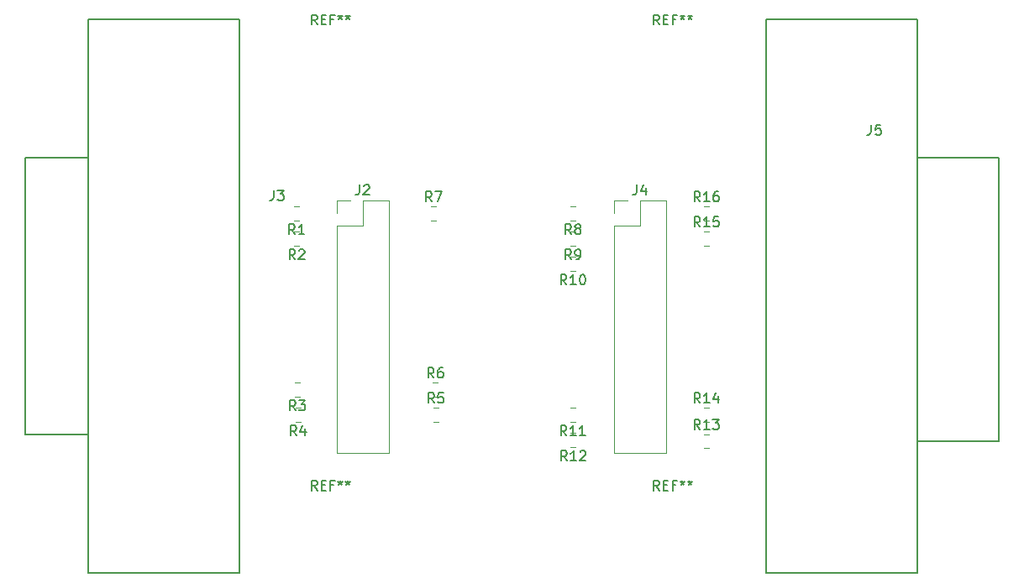
<source format=gbr>
G04 #@! TF.GenerationSoftware,KiCad,Pcbnew,5.0.2+dfsg1-1~bpo9+1*
G04 #@! TF.CreationDate,2019-10-18T00:12:00+01:00*
G04 #@! TF.ProjectId,Sigrok-sniffer,53696772-6f6b-42d7-936e-69666665722e,rev?*
G04 #@! TF.SameCoordinates,Original*
G04 #@! TF.FileFunction,Legend,Top*
G04 #@! TF.FilePolarity,Positive*
%FSLAX46Y46*%
G04 Gerber Fmt 4.6, Leading zero omitted, Abs format (unit mm)*
G04 Created by KiCad (PCBNEW 5.0.2+dfsg1-1~bpo9+1) date Fri 18 Oct 2019 00:12:00 BST*
%MOMM*%
%LPD*%
G01*
G04 APERTURE LIST*
%ADD10C,0.150000*%
%ADD11C,0.120000*%
G04 APERTURE END LIST*
D10*
G04 #@! TO.C,J5*
X174117000Y-58331100D02*
X174117000Y-103212900D01*
X189357000Y-58331100D02*
X189357000Y-103212900D01*
X189357000Y-58547000D02*
X189357000Y-52832000D01*
X189357000Y-52832000D02*
X174117000Y-52832000D01*
X174117000Y-52832000D02*
X174117000Y-58547000D01*
X174117000Y-102997000D02*
X174117000Y-108712000D01*
X174117000Y-108712000D02*
X189357000Y-108712000D01*
X189357000Y-108712000D02*
X189357000Y-102997000D01*
X189357000Y-66802000D02*
X197612000Y-66802000D01*
X197612000Y-66802000D02*
X197612000Y-95377000D01*
X197612000Y-95377000D02*
X189357000Y-95377000D01*
D11*
G04 #@! TO.C,J2*
X130877000Y-96580000D02*
X136077000Y-96580000D01*
X130877000Y-73660000D02*
X130877000Y-96580000D01*
X136077000Y-71060000D02*
X136077000Y-96580000D01*
X130877000Y-73660000D02*
X133477000Y-73660000D01*
X133477000Y-73660000D02*
X133477000Y-71060000D01*
X133477000Y-71060000D02*
X136077000Y-71060000D01*
X130877000Y-72390000D02*
X130877000Y-71060000D01*
X130877000Y-71060000D02*
X132207000Y-71060000D01*
G04 #@! TO.C,J4*
X158817000Y-71060000D02*
X160147000Y-71060000D01*
X158817000Y-72390000D02*
X158817000Y-71060000D01*
X161417000Y-71060000D02*
X164017000Y-71060000D01*
X161417000Y-73660000D02*
X161417000Y-71060000D01*
X158817000Y-73660000D02*
X161417000Y-73660000D01*
X164017000Y-71060000D02*
X164017000Y-96580000D01*
X158817000Y-73660000D02*
X158817000Y-96580000D01*
X158817000Y-96580000D02*
X164017000Y-96580000D01*
G04 #@! TO.C,R1*
X127053078Y-71680000D02*
X126535922Y-71680000D01*
X127053078Y-73100000D02*
X126535922Y-73100000D01*
G04 #@! TO.C,R2*
X127083078Y-75640000D02*
X126565922Y-75640000D01*
X127083078Y-74220000D02*
X126565922Y-74220000D01*
G04 #@! TO.C,R3*
X127131578Y-90880000D02*
X126614422Y-90880000D01*
X127131578Y-89460000D02*
X126614422Y-89460000D01*
G04 #@! TO.C,R4*
X127210078Y-92000000D02*
X126692922Y-92000000D01*
X127210078Y-93420000D02*
X126692922Y-93420000D01*
G04 #@! TO.C,R5*
X140584422Y-92000000D02*
X141101578Y-92000000D01*
X140584422Y-93420000D02*
X141101578Y-93420000D01*
G04 #@! TO.C,R6*
X140535922Y-90880000D02*
X141053078Y-90880000D01*
X140535922Y-89460000D02*
X141053078Y-89460000D01*
G04 #@! TO.C,R7*
X140330422Y-71680000D02*
X140847578Y-71680000D01*
X140330422Y-73100000D02*
X140847578Y-73100000D01*
G04 #@! TO.C,R8*
X154896078Y-71680000D02*
X154378922Y-71680000D01*
X154896078Y-73100000D02*
X154378922Y-73100000D01*
G04 #@! TO.C,R9*
X154896078Y-75640000D02*
X154378922Y-75640000D01*
X154896078Y-74220000D02*
X154378922Y-74220000D01*
G04 #@! TO.C,R10*
X154896078Y-76760000D02*
X154378922Y-76760000D01*
X154896078Y-78180000D02*
X154378922Y-78180000D01*
G04 #@! TO.C,R11*
X154896078Y-93420000D02*
X154378922Y-93420000D01*
X154896078Y-92000000D02*
X154378922Y-92000000D01*
G04 #@! TO.C,R12*
X154944578Y-94540000D02*
X154427422Y-94540000D01*
X154944578Y-95960000D02*
X154427422Y-95960000D01*
G04 #@! TO.C,R13*
X167840922Y-94667000D02*
X168358078Y-94667000D01*
X167840922Y-96087000D02*
X168358078Y-96087000D01*
G04 #@! TO.C,R14*
X167840922Y-93420000D02*
X168358078Y-93420000D01*
X167840922Y-92000000D02*
X168358078Y-92000000D01*
G04 #@! TO.C,R15*
X167840922Y-74220000D02*
X168358078Y-74220000D01*
X167840922Y-75640000D02*
X168358078Y-75640000D01*
G04 #@! TO.C,R16*
X167840922Y-73100000D02*
X168358078Y-73100000D01*
X167840922Y-71680000D02*
X168358078Y-71680000D01*
D10*
G04 #@! TO.C,J3*
X121031000Y-58331100D02*
X121031000Y-103212900D01*
X105791000Y-58331100D02*
X105791000Y-103212900D01*
X105791000Y-66802000D02*
X100711000Y-66802000D01*
X100711000Y-94742000D02*
X105791000Y-94742000D01*
X100711000Y-66802000D02*
X99441000Y-66802000D01*
X99441000Y-66802000D02*
X99441000Y-94742000D01*
X99441000Y-94742000D02*
X100711000Y-94742000D01*
X121031000Y-58547000D02*
X121031000Y-52832000D01*
X121031000Y-52832000D02*
X105791000Y-52832000D01*
X105791000Y-52832000D02*
X105791000Y-58547000D01*
X105791000Y-102997000D02*
X105791000Y-108077000D01*
X105791000Y-108077000D02*
X105791000Y-108712000D01*
X105791000Y-108712000D02*
X121031000Y-108712000D01*
X121031000Y-108712000D02*
X121031000Y-102997000D01*
G04 #@! TO.C,J5*
X184705666Y-63460380D02*
X184705666Y-64174666D01*
X184658047Y-64317523D01*
X184562809Y-64412761D01*
X184419952Y-64460380D01*
X184324714Y-64460380D01*
X185658047Y-63460380D02*
X185181857Y-63460380D01*
X185134238Y-63936571D01*
X185181857Y-63888952D01*
X185277095Y-63841333D01*
X185515190Y-63841333D01*
X185610428Y-63888952D01*
X185658047Y-63936571D01*
X185705666Y-64031809D01*
X185705666Y-64269904D01*
X185658047Y-64365142D01*
X185610428Y-64412761D01*
X185515190Y-64460380D01*
X185277095Y-64460380D01*
X185181857Y-64412761D01*
X185134238Y-64365142D01*
G04 #@! TO.C,J2*
X133143666Y-69512380D02*
X133143666Y-70226666D01*
X133096047Y-70369523D01*
X133000809Y-70464761D01*
X132857952Y-70512380D01*
X132762714Y-70512380D01*
X133572238Y-69607619D02*
X133619857Y-69560000D01*
X133715095Y-69512380D01*
X133953190Y-69512380D01*
X134048428Y-69560000D01*
X134096047Y-69607619D01*
X134143666Y-69702857D01*
X134143666Y-69798095D01*
X134096047Y-69940952D01*
X133524619Y-70512380D01*
X134143666Y-70512380D01*
G04 #@! TO.C,J4*
X161083666Y-69512380D02*
X161083666Y-70226666D01*
X161036047Y-70369523D01*
X160940809Y-70464761D01*
X160797952Y-70512380D01*
X160702714Y-70512380D01*
X161988428Y-69845714D02*
X161988428Y-70512380D01*
X161750333Y-69464761D02*
X161512238Y-70179047D01*
X162131285Y-70179047D01*
G04 #@! TO.C,R1*
X126627833Y-74492380D02*
X126294500Y-74016190D01*
X126056404Y-74492380D02*
X126056404Y-73492380D01*
X126437357Y-73492380D01*
X126532595Y-73540000D01*
X126580214Y-73587619D01*
X126627833Y-73682857D01*
X126627833Y-73825714D01*
X126580214Y-73920952D01*
X126532595Y-73968571D01*
X126437357Y-74016190D01*
X126056404Y-74016190D01*
X127580214Y-74492380D02*
X127008785Y-74492380D01*
X127294500Y-74492380D02*
X127294500Y-73492380D01*
X127199261Y-73635238D01*
X127104023Y-73730476D01*
X127008785Y-73778095D01*
G04 #@! TO.C,R2*
X126657833Y-77032380D02*
X126324500Y-76556190D01*
X126086404Y-77032380D02*
X126086404Y-76032380D01*
X126467357Y-76032380D01*
X126562595Y-76080000D01*
X126610214Y-76127619D01*
X126657833Y-76222857D01*
X126657833Y-76365714D01*
X126610214Y-76460952D01*
X126562595Y-76508571D01*
X126467357Y-76556190D01*
X126086404Y-76556190D01*
X127038785Y-76127619D02*
X127086404Y-76080000D01*
X127181642Y-76032380D01*
X127419738Y-76032380D01*
X127514976Y-76080000D01*
X127562595Y-76127619D01*
X127610214Y-76222857D01*
X127610214Y-76318095D01*
X127562595Y-76460952D01*
X126991166Y-77032380D01*
X127610214Y-77032380D01*
G04 #@! TO.C,R3*
X126706333Y-92272380D02*
X126373000Y-91796190D01*
X126134904Y-92272380D02*
X126134904Y-91272380D01*
X126515857Y-91272380D01*
X126611095Y-91320000D01*
X126658714Y-91367619D01*
X126706333Y-91462857D01*
X126706333Y-91605714D01*
X126658714Y-91700952D01*
X126611095Y-91748571D01*
X126515857Y-91796190D01*
X126134904Y-91796190D01*
X127039666Y-91272380D02*
X127658714Y-91272380D01*
X127325380Y-91653333D01*
X127468238Y-91653333D01*
X127563476Y-91700952D01*
X127611095Y-91748571D01*
X127658714Y-91843809D01*
X127658714Y-92081904D01*
X127611095Y-92177142D01*
X127563476Y-92224761D01*
X127468238Y-92272380D01*
X127182523Y-92272380D01*
X127087285Y-92224761D01*
X127039666Y-92177142D01*
G04 #@! TO.C,R4*
X126784833Y-94812380D02*
X126451500Y-94336190D01*
X126213404Y-94812380D02*
X126213404Y-93812380D01*
X126594357Y-93812380D01*
X126689595Y-93860000D01*
X126737214Y-93907619D01*
X126784833Y-94002857D01*
X126784833Y-94145714D01*
X126737214Y-94240952D01*
X126689595Y-94288571D01*
X126594357Y-94336190D01*
X126213404Y-94336190D01*
X127641976Y-94145714D02*
X127641976Y-94812380D01*
X127403880Y-93764761D02*
X127165785Y-94479047D01*
X127784833Y-94479047D01*
G04 #@! TO.C,R5*
X140676333Y-91512380D02*
X140343000Y-91036190D01*
X140104904Y-91512380D02*
X140104904Y-90512380D01*
X140485857Y-90512380D01*
X140581095Y-90560000D01*
X140628714Y-90607619D01*
X140676333Y-90702857D01*
X140676333Y-90845714D01*
X140628714Y-90940952D01*
X140581095Y-90988571D01*
X140485857Y-91036190D01*
X140104904Y-91036190D01*
X141581095Y-90512380D02*
X141104904Y-90512380D01*
X141057285Y-90988571D01*
X141104904Y-90940952D01*
X141200142Y-90893333D01*
X141438238Y-90893333D01*
X141533476Y-90940952D01*
X141581095Y-90988571D01*
X141628714Y-91083809D01*
X141628714Y-91321904D01*
X141581095Y-91417142D01*
X141533476Y-91464761D01*
X141438238Y-91512380D01*
X141200142Y-91512380D01*
X141104904Y-91464761D01*
X141057285Y-91417142D01*
G04 #@! TO.C,R6*
X140627833Y-88972380D02*
X140294500Y-88496190D01*
X140056404Y-88972380D02*
X140056404Y-87972380D01*
X140437357Y-87972380D01*
X140532595Y-88020000D01*
X140580214Y-88067619D01*
X140627833Y-88162857D01*
X140627833Y-88305714D01*
X140580214Y-88400952D01*
X140532595Y-88448571D01*
X140437357Y-88496190D01*
X140056404Y-88496190D01*
X141484976Y-87972380D02*
X141294500Y-87972380D01*
X141199261Y-88020000D01*
X141151642Y-88067619D01*
X141056404Y-88210476D01*
X141008785Y-88400952D01*
X141008785Y-88781904D01*
X141056404Y-88877142D01*
X141104023Y-88924761D01*
X141199261Y-88972380D01*
X141389738Y-88972380D01*
X141484976Y-88924761D01*
X141532595Y-88877142D01*
X141580214Y-88781904D01*
X141580214Y-88543809D01*
X141532595Y-88448571D01*
X141484976Y-88400952D01*
X141389738Y-88353333D01*
X141199261Y-88353333D01*
X141104023Y-88400952D01*
X141056404Y-88448571D01*
X141008785Y-88543809D01*
G04 #@! TO.C,R7*
X140422333Y-71192380D02*
X140089000Y-70716190D01*
X139850904Y-71192380D02*
X139850904Y-70192380D01*
X140231857Y-70192380D01*
X140327095Y-70240000D01*
X140374714Y-70287619D01*
X140422333Y-70382857D01*
X140422333Y-70525714D01*
X140374714Y-70620952D01*
X140327095Y-70668571D01*
X140231857Y-70716190D01*
X139850904Y-70716190D01*
X140755666Y-70192380D02*
X141422333Y-70192380D01*
X140993761Y-71192380D01*
G04 #@! TO.C,R8*
X154470833Y-74492380D02*
X154137500Y-74016190D01*
X153899404Y-74492380D02*
X153899404Y-73492380D01*
X154280357Y-73492380D01*
X154375595Y-73540000D01*
X154423214Y-73587619D01*
X154470833Y-73682857D01*
X154470833Y-73825714D01*
X154423214Y-73920952D01*
X154375595Y-73968571D01*
X154280357Y-74016190D01*
X153899404Y-74016190D01*
X155042261Y-73920952D02*
X154947023Y-73873333D01*
X154899404Y-73825714D01*
X154851785Y-73730476D01*
X154851785Y-73682857D01*
X154899404Y-73587619D01*
X154947023Y-73540000D01*
X155042261Y-73492380D01*
X155232738Y-73492380D01*
X155327976Y-73540000D01*
X155375595Y-73587619D01*
X155423214Y-73682857D01*
X155423214Y-73730476D01*
X155375595Y-73825714D01*
X155327976Y-73873333D01*
X155232738Y-73920952D01*
X155042261Y-73920952D01*
X154947023Y-73968571D01*
X154899404Y-74016190D01*
X154851785Y-74111428D01*
X154851785Y-74301904D01*
X154899404Y-74397142D01*
X154947023Y-74444761D01*
X155042261Y-74492380D01*
X155232738Y-74492380D01*
X155327976Y-74444761D01*
X155375595Y-74397142D01*
X155423214Y-74301904D01*
X155423214Y-74111428D01*
X155375595Y-74016190D01*
X155327976Y-73968571D01*
X155232738Y-73920952D01*
G04 #@! TO.C,R9*
X154470833Y-77032380D02*
X154137500Y-76556190D01*
X153899404Y-77032380D02*
X153899404Y-76032380D01*
X154280357Y-76032380D01*
X154375595Y-76080000D01*
X154423214Y-76127619D01*
X154470833Y-76222857D01*
X154470833Y-76365714D01*
X154423214Y-76460952D01*
X154375595Y-76508571D01*
X154280357Y-76556190D01*
X153899404Y-76556190D01*
X154947023Y-77032380D02*
X155137500Y-77032380D01*
X155232738Y-76984761D01*
X155280357Y-76937142D01*
X155375595Y-76794285D01*
X155423214Y-76603809D01*
X155423214Y-76222857D01*
X155375595Y-76127619D01*
X155327976Y-76080000D01*
X155232738Y-76032380D01*
X155042261Y-76032380D01*
X154947023Y-76080000D01*
X154899404Y-76127619D01*
X154851785Y-76222857D01*
X154851785Y-76460952D01*
X154899404Y-76556190D01*
X154947023Y-76603809D01*
X155042261Y-76651428D01*
X155232738Y-76651428D01*
X155327976Y-76603809D01*
X155375595Y-76556190D01*
X155423214Y-76460952D01*
G04 #@! TO.C,R10*
X153994642Y-79572380D02*
X153661309Y-79096190D01*
X153423214Y-79572380D02*
X153423214Y-78572380D01*
X153804166Y-78572380D01*
X153899404Y-78620000D01*
X153947023Y-78667619D01*
X153994642Y-78762857D01*
X153994642Y-78905714D01*
X153947023Y-79000952D01*
X153899404Y-79048571D01*
X153804166Y-79096190D01*
X153423214Y-79096190D01*
X154947023Y-79572380D02*
X154375595Y-79572380D01*
X154661309Y-79572380D02*
X154661309Y-78572380D01*
X154566071Y-78715238D01*
X154470833Y-78810476D01*
X154375595Y-78858095D01*
X155566071Y-78572380D02*
X155661309Y-78572380D01*
X155756547Y-78620000D01*
X155804166Y-78667619D01*
X155851785Y-78762857D01*
X155899404Y-78953333D01*
X155899404Y-79191428D01*
X155851785Y-79381904D01*
X155804166Y-79477142D01*
X155756547Y-79524761D01*
X155661309Y-79572380D01*
X155566071Y-79572380D01*
X155470833Y-79524761D01*
X155423214Y-79477142D01*
X155375595Y-79381904D01*
X155327976Y-79191428D01*
X155327976Y-78953333D01*
X155375595Y-78762857D01*
X155423214Y-78667619D01*
X155470833Y-78620000D01*
X155566071Y-78572380D01*
G04 #@! TO.C,R11*
X153994642Y-94812380D02*
X153661309Y-94336190D01*
X153423214Y-94812380D02*
X153423214Y-93812380D01*
X153804166Y-93812380D01*
X153899404Y-93860000D01*
X153947023Y-93907619D01*
X153994642Y-94002857D01*
X153994642Y-94145714D01*
X153947023Y-94240952D01*
X153899404Y-94288571D01*
X153804166Y-94336190D01*
X153423214Y-94336190D01*
X154947023Y-94812380D02*
X154375595Y-94812380D01*
X154661309Y-94812380D02*
X154661309Y-93812380D01*
X154566071Y-93955238D01*
X154470833Y-94050476D01*
X154375595Y-94098095D01*
X155899404Y-94812380D02*
X155327976Y-94812380D01*
X155613690Y-94812380D02*
X155613690Y-93812380D01*
X155518452Y-93955238D01*
X155423214Y-94050476D01*
X155327976Y-94098095D01*
G04 #@! TO.C,R12*
X154043142Y-97352380D02*
X153709809Y-96876190D01*
X153471714Y-97352380D02*
X153471714Y-96352380D01*
X153852666Y-96352380D01*
X153947904Y-96400000D01*
X153995523Y-96447619D01*
X154043142Y-96542857D01*
X154043142Y-96685714D01*
X153995523Y-96780952D01*
X153947904Y-96828571D01*
X153852666Y-96876190D01*
X153471714Y-96876190D01*
X154995523Y-97352380D02*
X154424095Y-97352380D01*
X154709809Y-97352380D02*
X154709809Y-96352380D01*
X154614571Y-96495238D01*
X154519333Y-96590476D01*
X154424095Y-96638095D01*
X155376476Y-96447619D02*
X155424095Y-96400000D01*
X155519333Y-96352380D01*
X155757428Y-96352380D01*
X155852666Y-96400000D01*
X155900285Y-96447619D01*
X155947904Y-96542857D01*
X155947904Y-96638095D01*
X155900285Y-96780952D01*
X155328857Y-97352380D01*
X155947904Y-97352380D01*
G04 #@! TO.C,R13*
X167456642Y-94179380D02*
X167123309Y-93703190D01*
X166885214Y-94179380D02*
X166885214Y-93179380D01*
X167266166Y-93179380D01*
X167361404Y-93227000D01*
X167409023Y-93274619D01*
X167456642Y-93369857D01*
X167456642Y-93512714D01*
X167409023Y-93607952D01*
X167361404Y-93655571D01*
X167266166Y-93703190D01*
X166885214Y-93703190D01*
X168409023Y-94179380D02*
X167837595Y-94179380D01*
X168123309Y-94179380D02*
X168123309Y-93179380D01*
X168028071Y-93322238D01*
X167932833Y-93417476D01*
X167837595Y-93465095D01*
X168742357Y-93179380D02*
X169361404Y-93179380D01*
X169028071Y-93560333D01*
X169170928Y-93560333D01*
X169266166Y-93607952D01*
X169313785Y-93655571D01*
X169361404Y-93750809D01*
X169361404Y-93988904D01*
X169313785Y-94084142D01*
X169266166Y-94131761D01*
X169170928Y-94179380D01*
X168885214Y-94179380D01*
X168789976Y-94131761D01*
X168742357Y-94084142D01*
G04 #@! TO.C,R14*
X167456642Y-91512380D02*
X167123309Y-91036190D01*
X166885214Y-91512380D02*
X166885214Y-90512380D01*
X167266166Y-90512380D01*
X167361404Y-90560000D01*
X167409023Y-90607619D01*
X167456642Y-90702857D01*
X167456642Y-90845714D01*
X167409023Y-90940952D01*
X167361404Y-90988571D01*
X167266166Y-91036190D01*
X166885214Y-91036190D01*
X168409023Y-91512380D02*
X167837595Y-91512380D01*
X168123309Y-91512380D02*
X168123309Y-90512380D01*
X168028071Y-90655238D01*
X167932833Y-90750476D01*
X167837595Y-90798095D01*
X169266166Y-90845714D02*
X169266166Y-91512380D01*
X169028071Y-90464761D02*
X168789976Y-91179047D01*
X169409023Y-91179047D01*
G04 #@! TO.C,R15*
X167456642Y-73732380D02*
X167123309Y-73256190D01*
X166885214Y-73732380D02*
X166885214Y-72732380D01*
X167266166Y-72732380D01*
X167361404Y-72780000D01*
X167409023Y-72827619D01*
X167456642Y-72922857D01*
X167456642Y-73065714D01*
X167409023Y-73160952D01*
X167361404Y-73208571D01*
X167266166Y-73256190D01*
X166885214Y-73256190D01*
X168409023Y-73732380D02*
X167837595Y-73732380D01*
X168123309Y-73732380D02*
X168123309Y-72732380D01*
X168028071Y-72875238D01*
X167932833Y-72970476D01*
X167837595Y-73018095D01*
X169313785Y-72732380D02*
X168837595Y-72732380D01*
X168789976Y-73208571D01*
X168837595Y-73160952D01*
X168932833Y-73113333D01*
X169170928Y-73113333D01*
X169266166Y-73160952D01*
X169313785Y-73208571D01*
X169361404Y-73303809D01*
X169361404Y-73541904D01*
X169313785Y-73637142D01*
X169266166Y-73684761D01*
X169170928Y-73732380D01*
X168932833Y-73732380D01*
X168837595Y-73684761D01*
X168789976Y-73637142D01*
G04 #@! TO.C,R16*
X167456642Y-71192380D02*
X167123309Y-70716190D01*
X166885214Y-71192380D02*
X166885214Y-70192380D01*
X167266166Y-70192380D01*
X167361404Y-70240000D01*
X167409023Y-70287619D01*
X167456642Y-70382857D01*
X167456642Y-70525714D01*
X167409023Y-70620952D01*
X167361404Y-70668571D01*
X167266166Y-70716190D01*
X166885214Y-70716190D01*
X168409023Y-71192380D02*
X167837595Y-71192380D01*
X168123309Y-71192380D02*
X168123309Y-70192380D01*
X168028071Y-70335238D01*
X167932833Y-70430476D01*
X167837595Y-70478095D01*
X169266166Y-70192380D02*
X169075690Y-70192380D01*
X168980452Y-70240000D01*
X168932833Y-70287619D01*
X168837595Y-70430476D01*
X168789976Y-70620952D01*
X168789976Y-71001904D01*
X168837595Y-71097142D01*
X168885214Y-71144761D01*
X168980452Y-71192380D01*
X169170928Y-71192380D01*
X169266166Y-71144761D01*
X169313785Y-71097142D01*
X169361404Y-71001904D01*
X169361404Y-70763809D01*
X169313785Y-70668571D01*
X169266166Y-70620952D01*
X169170928Y-70573333D01*
X168980452Y-70573333D01*
X168885214Y-70620952D01*
X168837595Y-70668571D01*
X168789976Y-70763809D01*
G04 #@! TO.C,J3*
X124507666Y-70064380D02*
X124507666Y-70778666D01*
X124460047Y-70921523D01*
X124364809Y-71016761D01*
X124221952Y-71064380D01*
X124126714Y-71064380D01*
X124888619Y-70064380D02*
X125507666Y-70064380D01*
X125174333Y-70445333D01*
X125317190Y-70445333D01*
X125412428Y-70492952D01*
X125460047Y-70540571D01*
X125507666Y-70635809D01*
X125507666Y-70873904D01*
X125460047Y-70969142D01*
X125412428Y-71016761D01*
X125317190Y-71064380D01*
X125031476Y-71064380D01*
X124936238Y-71016761D01*
X124888619Y-70969142D01*
G04 #@! TO.C,REF\002A\002A*
X163353666Y-53342380D02*
X163020333Y-52866190D01*
X162782238Y-53342380D02*
X162782238Y-52342380D01*
X163163190Y-52342380D01*
X163258428Y-52390000D01*
X163306047Y-52437619D01*
X163353666Y-52532857D01*
X163353666Y-52675714D01*
X163306047Y-52770952D01*
X163258428Y-52818571D01*
X163163190Y-52866190D01*
X162782238Y-52866190D01*
X163782238Y-52818571D02*
X164115571Y-52818571D01*
X164258428Y-53342380D02*
X163782238Y-53342380D01*
X163782238Y-52342380D01*
X164258428Y-52342380D01*
X165020333Y-52818571D02*
X164687000Y-52818571D01*
X164687000Y-53342380D02*
X164687000Y-52342380D01*
X165163190Y-52342380D01*
X165687000Y-52342380D02*
X165687000Y-52580476D01*
X165448904Y-52485238D02*
X165687000Y-52580476D01*
X165925095Y-52485238D01*
X165544142Y-52770952D02*
X165687000Y-52580476D01*
X165829857Y-52770952D01*
X166448904Y-52342380D02*
X166448904Y-52580476D01*
X166210809Y-52485238D02*
X166448904Y-52580476D01*
X166687000Y-52485238D01*
X166306047Y-52770952D02*
X166448904Y-52580476D01*
X166591761Y-52770952D01*
X128873666Y-53342380D02*
X128540333Y-52866190D01*
X128302238Y-53342380D02*
X128302238Y-52342380D01*
X128683190Y-52342380D01*
X128778428Y-52390000D01*
X128826047Y-52437619D01*
X128873666Y-52532857D01*
X128873666Y-52675714D01*
X128826047Y-52770952D01*
X128778428Y-52818571D01*
X128683190Y-52866190D01*
X128302238Y-52866190D01*
X129302238Y-52818571D02*
X129635571Y-52818571D01*
X129778428Y-53342380D02*
X129302238Y-53342380D01*
X129302238Y-52342380D01*
X129778428Y-52342380D01*
X130540333Y-52818571D02*
X130207000Y-52818571D01*
X130207000Y-53342380D02*
X130207000Y-52342380D01*
X130683190Y-52342380D01*
X131207000Y-52342380D02*
X131207000Y-52580476D01*
X130968904Y-52485238D02*
X131207000Y-52580476D01*
X131445095Y-52485238D01*
X131064142Y-52770952D02*
X131207000Y-52580476D01*
X131349857Y-52770952D01*
X131968904Y-52342380D02*
X131968904Y-52580476D01*
X131730809Y-52485238D02*
X131968904Y-52580476D01*
X132207000Y-52485238D01*
X131826047Y-52770952D02*
X131968904Y-52580476D01*
X132111761Y-52770952D01*
X163353666Y-100342380D02*
X163020333Y-99866190D01*
X162782238Y-100342380D02*
X162782238Y-99342380D01*
X163163190Y-99342380D01*
X163258428Y-99390000D01*
X163306047Y-99437619D01*
X163353666Y-99532857D01*
X163353666Y-99675714D01*
X163306047Y-99770952D01*
X163258428Y-99818571D01*
X163163190Y-99866190D01*
X162782238Y-99866190D01*
X163782238Y-99818571D02*
X164115571Y-99818571D01*
X164258428Y-100342380D02*
X163782238Y-100342380D01*
X163782238Y-99342380D01*
X164258428Y-99342380D01*
X165020333Y-99818571D02*
X164687000Y-99818571D01*
X164687000Y-100342380D02*
X164687000Y-99342380D01*
X165163190Y-99342380D01*
X165687000Y-99342380D02*
X165687000Y-99580476D01*
X165448904Y-99485238D02*
X165687000Y-99580476D01*
X165925095Y-99485238D01*
X165544142Y-99770952D02*
X165687000Y-99580476D01*
X165829857Y-99770952D01*
X166448904Y-99342380D02*
X166448904Y-99580476D01*
X166210809Y-99485238D02*
X166448904Y-99580476D01*
X166687000Y-99485238D01*
X166306047Y-99770952D02*
X166448904Y-99580476D01*
X166591761Y-99770952D01*
X128873666Y-100342380D02*
X128540333Y-99866190D01*
X128302238Y-100342380D02*
X128302238Y-99342380D01*
X128683190Y-99342380D01*
X128778428Y-99390000D01*
X128826047Y-99437619D01*
X128873666Y-99532857D01*
X128873666Y-99675714D01*
X128826047Y-99770952D01*
X128778428Y-99818571D01*
X128683190Y-99866190D01*
X128302238Y-99866190D01*
X129302238Y-99818571D02*
X129635571Y-99818571D01*
X129778428Y-100342380D02*
X129302238Y-100342380D01*
X129302238Y-99342380D01*
X129778428Y-99342380D01*
X130540333Y-99818571D02*
X130207000Y-99818571D01*
X130207000Y-100342380D02*
X130207000Y-99342380D01*
X130683190Y-99342380D01*
X131207000Y-99342380D02*
X131207000Y-99580476D01*
X130968904Y-99485238D02*
X131207000Y-99580476D01*
X131445095Y-99485238D01*
X131064142Y-99770952D02*
X131207000Y-99580476D01*
X131349857Y-99770952D01*
X131968904Y-99342380D02*
X131968904Y-99580476D01*
X131730809Y-99485238D02*
X131968904Y-99580476D01*
X132207000Y-99485238D01*
X131826047Y-99770952D02*
X131968904Y-99580476D01*
X132111761Y-99770952D01*
G04 #@! TD*
M02*

</source>
